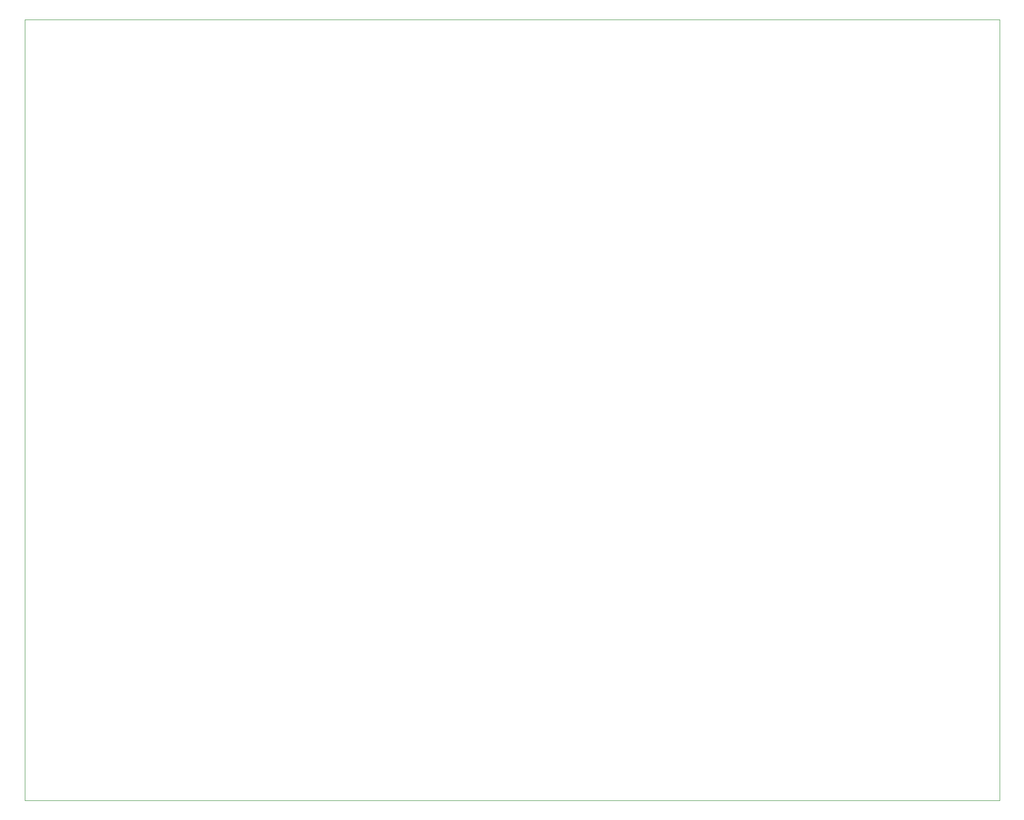
<source format=gbr>
%TF.GenerationSoftware,KiCad,Pcbnew,5.1.10-88a1d61d58~88~ubuntu20.04.1*%
%TF.CreationDate,2021-05-17T22:02:50+01:00*%
%TF.ProjectId,left_side,6c656674-5f73-4696-9465-2e6b69636164,rev?*%
%TF.SameCoordinates,Original*%
%TF.FileFunction,Profile,NP*%
%FSLAX46Y46*%
G04 Gerber Fmt 4.6, Leading zero omitted, Abs format (unit mm)*
G04 Created by KiCad (PCBNEW 5.1.10-88a1d61d58~88~ubuntu20.04.1) date 2021-05-17 22:02:50*
%MOMM*%
%LPD*%
G01*
G04 APERTURE LIST*
%TA.AperFunction,Profile*%
%ADD10C,0.100000*%
%TD*%
G04 APERTURE END LIST*
D10*
X182400000Y128800000D02*
X182400000Y-9600000D01*
X9600000Y128800000D02*
X182400000Y128800000D01*
X9600000Y-9600000D02*
X9600000Y128800000D01*
X9600000Y-9600000D02*
X182400000Y-9600000D01*
M02*

</source>
